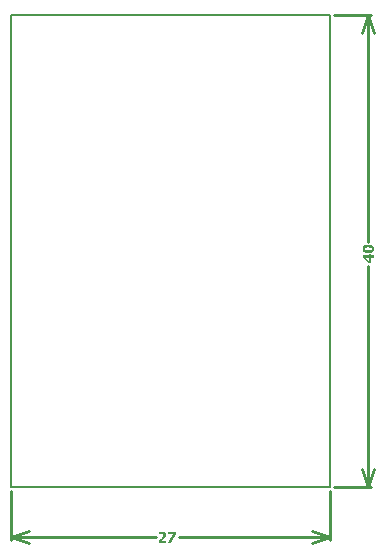
<source format=gm1>
G04*
G04 #@! TF.GenerationSoftware,Altium Limited,Altium Designer,19.1.8 (144)*
G04*
G04 Layer_Color=16711935*
%FSLAX25Y25*%
%MOIN*%
G70*
G01*
G75*
%ADD11C,0.00787*%
%ADD13C,0.01000*%
G36*
X55020Y-15682D02*
X53480Y-18577D01*
X52475D01*
X54080Y-15642D01*
X52365D01*
Y-14962D01*
X55020D01*
Y-15682D01*
D02*
G37*
G36*
X50575Y-14892D02*
X50630Y-14897D01*
X50690Y-14902D01*
X50760Y-14912D01*
X50835Y-14922D01*
X50990Y-14957D01*
X51075Y-14982D01*
X51155Y-15007D01*
X51235Y-15042D01*
X51310Y-15082D01*
X51380Y-15127D01*
X51445Y-15177D01*
X51450Y-15182D01*
X51460Y-15192D01*
X51475Y-15207D01*
X51500Y-15227D01*
X51525Y-15257D01*
X51550Y-15292D01*
X51580Y-15337D01*
X51615Y-15382D01*
X51645Y-15437D01*
X51675Y-15497D01*
X51700Y-15567D01*
X51730Y-15637D01*
X51750Y-15712D01*
X51765Y-15797D01*
X51775Y-15887D01*
X51780Y-15982D01*
Y-15987D01*
Y-15997D01*
Y-16012D01*
Y-16037D01*
X51775Y-16067D01*
X51770Y-16102D01*
X51760Y-16182D01*
X51740Y-16282D01*
X51715Y-16387D01*
X51675Y-16502D01*
X51625Y-16617D01*
Y-16622D01*
X51620Y-16632D01*
X51610Y-16647D01*
X51595Y-16672D01*
X51580Y-16697D01*
X51560Y-16732D01*
X51505Y-16812D01*
X51435Y-16912D01*
X51350Y-17022D01*
X51245Y-17142D01*
X51125Y-17272D01*
X51115Y-17282D01*
X51090Y-17307D01*
X51045Y-17352D01*
X50990Y-17402D01*
X50925Y-17462D01*
X50855Y-17527D01*
X50700Y-17662D01*
X50690Y-17667D01*
X50665Y-17687D01*
X50630Y-17717D01*
X50585Y-17752D01*
X50485Y-17832D01*
X50440Y-17867D01*
X50400Y-17897D01*
X51940D01*
Y-18577D01*
X49280D01*
Y-17992D01*
X49285Y-17987D01*
X49295Y-17982D01*
X49315Y-17967D01*
X49335Y-17947D01*
X49365Y-17922D01*
X49400Y-17892D01*
X49480Y-17827D01*
X49575Y-17752D01*
X49675Y-17667D01*
X49780Y-17577D01*
X49885Y-17487D01*
X49890Y-17482D01*
X49895Y-17477D01*
X49910Y-17462D01*
X49930Y-17447D01*
X49980Y-17402D01*
X50045Y-17342D01*
X50120Y-17272D01*
X50200Y-17192D01*
X50280Y-17112D01*
X50360Y-17032D01*
X50365Y-17027D01*
X50370Y-17017D01*
X50385Y-17007D01*
X50405Y-16987D01*
X50450Y-16932D01*
X50510Y-16867D01*
X50570Y-16787D01*
X50635Y-16707D01*
X50695Y-16622D01*
X50745Y-16542D01*
X50750Y-16532D01*
X50765Y-16507D01*
X50785Y-16462D01*
X50805Y-16407D01*
X50825Y-16342D01*
X50845Y-16272D01*
X50860Y-16192D01*
X50865Y-16107D01*
Y-16102D01*
Y-16097D01*
Y-16067D01*
X50855Y-16017D01*
X50845Y-15962D01*
X50825Y-15902D01*
X50800Y-15837D01*
X50760Y-15772D01*
X50710Y-15717D01*
X50705Y-15712D01*
X50685Y-15697D01*
X50650Y-15672D01*
X50600Y-15647D01*
X50540Y-15627D01*
X50470Y-15602D01*
X50385Y-15587D01*
X50290Y-15582D01*
X50240D01*
X50205Y-15587D01*
X50165Y-15592D01*
X50125Y-15597D01*
X50030Y-15617D01*
X50025D01*
X50010Y-15622D01*
X49985Y-15632D01*
X49950Y-15642D01*
X49915Y-15652D01*
X49870Y-15672D01*
X49780Y-15707D01*
X49775D01*
X49760Y-15717D01*
X49735Y-15727D01*
X49705Y-15742D01*
X49635Y-15777D01*
X49565Y-15822D01*
X49560D01*
X49550Y-15832D01*
X49520Y-15852D01*
X49475Y-15877D01*
X49440Y-15902D01*
X49370D01*
Y-15117D01*
X49375Y-15112D01*
X49400Y-15102D01*
X49435Y-15087D01*
X49485Y-15072D01*
X49550Y-15047D01*
X49635Y-15022D01*
X49730Y-14997D01*
X49845Y-14967D01*
X49850D01*
X49860Y-14962D01*
X49875Y-14957D01*
X49900Y-14952D01*
X49930Y-14947D01*
X49965Y-14942D01*
X50045Y-14927D01*
X50140Y-14912D01*
X50245Y-14897D01*
X50355Y-14892D01*
X50470Y-14887D01*
X50530D01*
X50575Y-14892D01*
D02*
G37*
G36*
X119337Y80750D02*
X119392D01*
X119447Y80745D01*
X119577Y80735D01*
X119712Y80720D01*
X119857Y80700D01*
X119992Y80675D01*
X119997D01*
X120007Y80670D01*
X120027Y80665D01*
X120052Y80660D01*
X120082Y80655D01*
X120117Y80645D01*
X120197Y80615D01*
X120287Y80585D01*
X120387Y80540D01*
X120482Y80495D01*
X120577Y80435D01*
X120582D01*
X120587Y80430D01*
X120617Y80405D01*
X120657Y80370D01*
X120707Y80320D01*
X120767Y80260D01*
X120827Y80185D01*
X120882Y80100D01*
X120932Y80005D01*
Y80000D01*
X120937Y79995D01*
X120942Y79980D01*
X120952Y79960D01*
X120962Y79935D01*
X120972Y79905D01*
X120992Y79825D01*
X121012Y79735D01*
X121032Y79625D01*
X121047Y79500D01*
X121052Y79360D01*
Y79295D01*
X121047Y79265D01*
Y79225D01*
X121037Y79135D01*
X121022Y79035D01*
X121002Y78930D01*
X120972Y78820D01*
X120932Y78715D01*
Y78710D01*
X120927Y78705D01*
X120917Y78690D01*
X120907Y78670D01*
X120882Y78625D01*
X120842Y78560D01*
X120792Y78495D01*
X120727Y78420D01*
X120657Y78350D01*
X120572Y78285D01*
X120567D01*
X120562Y78280D01*
X120547Y78270D01*
X120532Y78260D01*
X120477Y78230D01*
X120412Y78195D01*
X120327Y78155D01*
X120227Y78115D01*
X120112Y78075D01*
X119987Y78045D01*
X119982D01*
X119972Y78040D01*
X119952D01*
X119927Y78035D01*
X119892Y78030D01*
X119852Y78020D01*
X119807Y78015D01*
X119752Y78010D01*
X119697Y78000D01*
X119632Y77995D01*
X119497Y77980D01*
X119342Y77975D01*
X119172Y77970D01*
X119167D01*
X119152D01*
X119127D01*
X119092D01*
X119052D01*
X119002Y77975D01*
X118947D01*
X118887Y77980D01*
X118762Y77985D01*
X118622Y78000D01*
X118487Y78015D01*
X118352Y78040D01*
X118347D01*
X118337Y78045D01*
X118317Y78050D01*
X118297Y78055D01*
X118267Y78065D01*
X118232Y78075D01*
X118152Y78100D01*
X118062Y78135D01*
X117962Y78175D01*
X117862Y78230D01*
X117767Y78290D01*
X117762D01*
X117757Y78300D01*
X117727Y78320D01*
X117687Y78360D01*
X117632Y78410D01*
X117572Y78470D01*
X117512Y78545D01*
X117457Y78630D01*
X117407Y78725D01*
Y78730D01*
X117402Y78735D01*
X117397Y78750D01*
X117387Y78770D01*
X117377Y78800D01*
X117367Y78830D01*
X117347Y78905D01*
X117327Y78995D01*
X117307Y79105D01*
X117292Y79225D01*
X117287Y79360D01*
Y79425D01*
X117292Y79460D01*
Y79495D01*
X117302Y79590D01*
X117317Y79690D01*
X117342Y79800D01*
X117372Y79910D01*
X117412Y80010D01*
Y80015D01*
X117417Y80020D01*
X117427Y80035D01*
X117437Y80055D01*
X117462Y80100D01*
X117502Y80160D01*
X117557Y80230D01*
X117617Y80300D01*
X117692Y80375D01*
X117777Y80440D01*
X117782D01*
X117787Y80445D01*
X117802Y80455D01*
X117822Y80465D01*
X117872Y80495D01*
X117942Y80530D01*
X118027Y80570D01*
X118127Y80610D01*
X118242Y80650D01*
X118367Y80680D01*
X118372D01*
X118382Y80685D01*
X118402D01*
X118427Y80690D01*
X118462Y80700D01*
X118502Y80705D01*
X118547Y80710D01*
X118597Y80720D01*
X118657Y80725D01*
X118717Y80730D01*
X118852Y80745D01*
X119007Y80750D01*
X119172Y80755D01*
X119177D01*
X119192D01*
X119217D01*
X119252D01*
X119292D01*
X119337Y80750D01*
D02*
G37*
G36*
X120137Y77190D02*
X120987D01*
Y76310D01*
X120137D01*
Y74725D01*
X119467D01*
X117362Y76280D01*
Y77190D01*
X119487D01*
Y77680D01*
X120137D01*
Y77190D01*
D02*
G37*
%LPC*%
G36*
X119292Y79845D02*
X119172D01*
X119162D01*
X119142D01*
X119107D01*
X119062D01*
X119007Y79840D01*
X118942D01*
X118877Y79835D01*
X118802Y79830D01*
X118642Y79815D01*
X118487Y79795D01*
X118412Y79785D01*
X118347Y79770D01*
X118282Y79750D01*
X118227Y79730D01*
X118222D01*
X118217Y79725D01*
X118182Y79710D01*
X118142Y79680D01*
X118087Y79645D01*
X118037Y79590D01*
X117997Y79530D01*
X117962Y79450D01*
X117957Y79405D01*
X117952Y79360D01*
Y79350D01*
X117957Y79320D01*
X117967Y79270D01*
X117987Y79215D01*
X118017Y79155D01*
X118067Y79095D01*
X118097Y79065D01*
X118137Y79040D01*
X118177Y79010D01*
X118227Y78990D01*
X118232D01*
X118242Y78985D01*
X118257Y78980D01*
X118282Y78975D01*
X118312Y78965D01*
X118347Y78955D01*
X118392Y78945D01*
X118447Y78935D01*
X118507Y78925D01*
X118577Y78915D01*
X118652Y78905D01*
X118737Y78895D01*
X118832Y78890D01*
X118937Y78885D01*
X119052Y78880D01*
X119172D01*
X119177D01*
X119202D01*
X119237D01*
X119282D01*
X119332Y78885D01*
X119397D01*
X119467Y78890D01*
X119537Y78895D01*
X119692Y78905D01*
X119847Y78925D01*
X119922Y78940D01*
X119992Y78955D01*
X120057Y78970D01*
X120112Y78990D01*
X120117D01*
X120122Y78995D01*
X120157Y79010D01*
X120197Y79040D01*
X120247Y79080D01*
X120302Y79130D01*
X120342Y79195D01*
X120377Y79270D01*
X120382Y79315D01*
X120387Y79360D01*
Y79370D01*
X120382Y79405D01*
X120372Y79450D01*
X120352Y79505D01*
X120322Y79565D01*
X120272Y79625D01*
X120237Y79655D01*
X120202Y79685D01*
X120162Y79710D01*
X120112Y79730D01*
X120107D01*
X120097Y79735D01*
X120082Y79740D01*
X120057Y79750D01*
X120027Y79755D01*
X119992Y79765D01*
X119942Y79775D01*
X119892Y79790D01*
X119832Y79800D01*
X119762Y79810D01*
X119687Y79820D01*
X119597Y79825D01*
X119507Y79835D01*
X119402Y79840D01*
X119292Y79845D01*
D02*
G37*
G36*
X119487Y76310D02*
X118257D01*
X119487Y75395D01*
Y76310D01*
D02*
G37*
%LPD*%
D11*
X106299Y0D02*
Y157480D01*
X-0D02*
X106299D01*
X-0Y0D02*
X106299D01*
X-0D02*
Y157480D01*
D13*
X100299Y-18732D02*
X106299Y-16732D01*
X100299Y-14732D02*
X106299Y-16732D01*
X-0D02*
X6000Y-14732D01*
X-0Y-16732D02*
X6000Y-18732D01*
X56020Y-16732D02*
X106299D01*
X-0D02*
X48280D01*
X106299Y-17732D02*
Y-1394D01*
X-0Y-17732D02*
Y-1394D01*
X119095Y157480D02*
X121095Y151480D01*
X117095D02*
X119095Y157480D01*
X117095Y6000D02*
X119095Y0D01*
X121095Y6000D01*
X119095Y81755D02*
Y157480D01*
Y0D02*
Y73725D01*
X107693Y157480D02*
X120095D01*
X107693Y0D02*
X120095D01*
M02*

</source>
